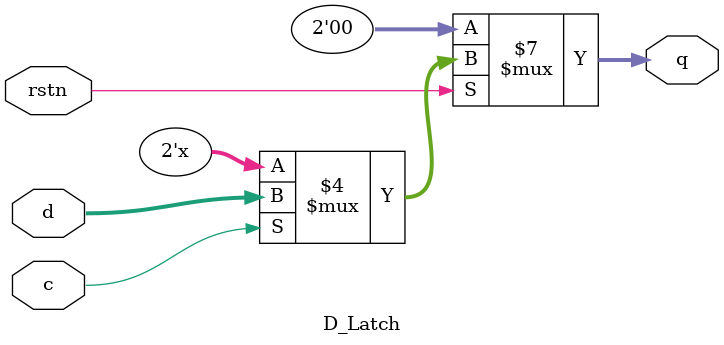
<source format=v>
`timescale 1ns / 1ps


module D_Latch#(parameter WIDTH = 1)
(
    input [WIDTH:0] d,
    input c,
    input rstn,
    output reg [WIDTH:0] q
    );
    always @(*) begin
        if(!rstn)   q <= 0;
        else if(c)  q <= d;
        else    q <= q;
    end
endmodule

</source>
